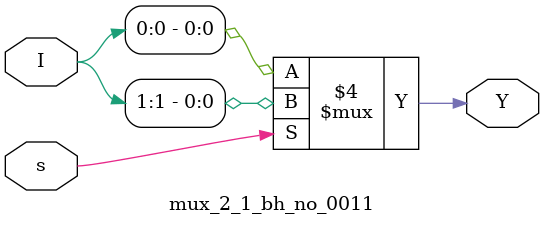
<source format=v>
`timescale 1ns / 1ps


module mux_2_1_bh_no_0011(Y, I, s);
input [1:0] I;
input s;
output reg Y;

always @(*) begin
    if (s == 1) begin
        Y = I[1];
    end
    else begin
        Y = I[0];
    end
end
endmodule

</source>
